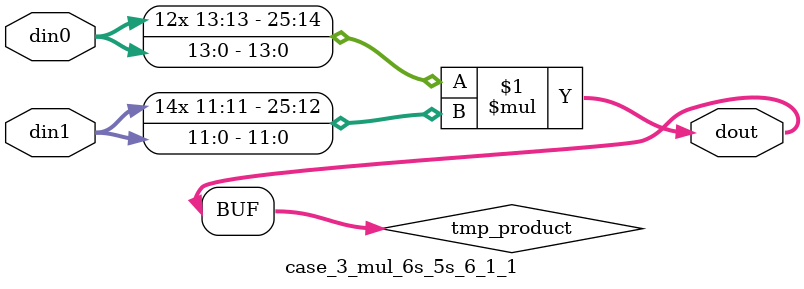
<source format=v>

`timescale 1 ns / 1 ps

 module case_3_mul_6s_5s_6_1_1(din0, din1, dout);
parameter ID = 1;
parameter NUM_STAGE = 0;
parameter din0_WIDTH = 14;
parameter din1_WIDTH = 12;
parameter dout_WIDTH = 26;

input [din0_WIDTH - 1 : 0] din0; 
input [din1_WIDTH - 1 : 0] din1; 
output [dout_WIDTH - 1 : 0] dout;

wire signed [dout_WIDTH - 1 : 0] tmp_product;



























assign tmp_product = $signed(din0) * $signed(din1);








assign dout = tmp_product;





















endmodule

</source>
